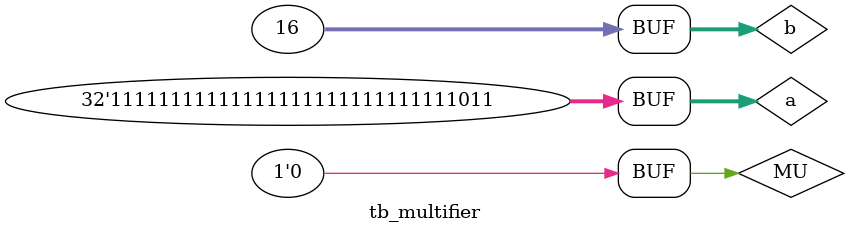
<source format=v>
`timescale 1ns / 1ps


module tb_multifier;
reg MU = 0;
reg [31:0] a = 32'hFFFFFFFB;
reg [31:0] b = 32'h10;
wire [31:0] high;
wire [31:0] low;
Multifier uut(MU, a, b, high, low);
endmodule

</source>
